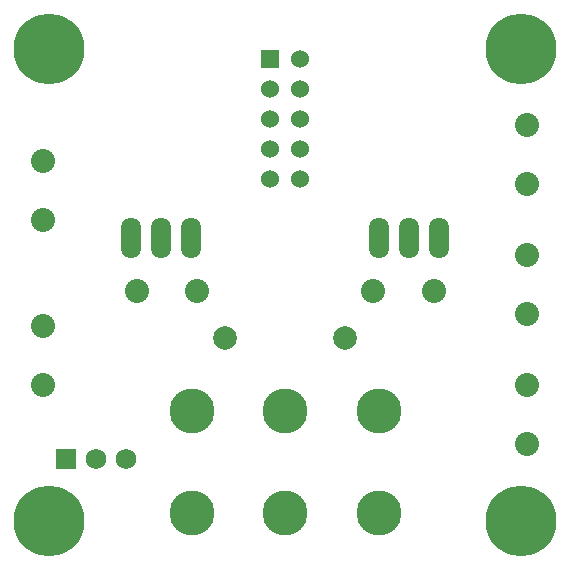
<source format=gbs>
%FSLAX34Y34*%
G04 Gerber Fmt 3.4, Leading zero omitted, Abs format*
G04 (created by PCBNEW (2014-jan-25)-product) date Mon 11 Aug 2014 02:02:26 PM PDT*
%MOIN*%
G01*
G70*
G90*
G04 APERTURE LIST*
%ADD10C,0.003937*%
%ADD11C,0.236220*%
%ADD12R,0.068000X0.068000*%
%ADD13C,0.068000*%
%ADD14R,0.060000X0.060000*%
%ADD15C,0.060000*%
%ADD16C,0.080000*%
%ADD17O,0.066900X0.137800*%
%ADD18C,0.078700*%
%ADD19C,0.150000*%
G04 APERTURE END LIST*
G54D10*
G54D11*
X41338Y-41338D03*
X57086Y-41338D03*
X41338Y-57086D03*
X57086Y-57086D03*
G54D12*
X41913Y-55019D03*
G54D13*
X42913Y-55019D03*
X43913Y-55019D03*
G54D14*
X48712Y-41700D03*
G54D15*
X49712Y-41700D03*
X48712Y-42700D03*
X49712Y-42700D03*
X48712Y-43700D03*
X49712Y-43700D03*
X48712Y-44700D03*
X49712Y-44700D03*
X48712Y-45700D03*
X49712Y-45700D03*
G54D16*
X57283Y-52559D03*
X57283Y-54527D03*
X57283Y-48228D03*
X57283Y-50196D03*
X57283Y-43897D03*
X57283Y-45866D03*
X41141Y-52559D03*
X41141Y-50590D03*
X41141Y-47047D03*
X41141Y-45078D03*
G54D17*
X53346Y-47637D03*
X52346Y-47637D03*
X54346Y-47637D03*
X45078Y-47637D03*
X44078Y-47637D03*
X46078Y-47637D03*
G54D18*
X47212Y-50984D03*
X51212Y-50984D03*
G54D16*
X54154Y-49409D03*
X52144Y-49409D03*
X46280Y-49409D03*
X44270Y-49409D03*
G54D19*
X49212Y-56818D03*
X49212Y-53418D03*
X52332Y-56818D03*
X46092Y-53418D03*
X52332Y-53418D03*
X46092Y-56818D03*
M02*

</source>
